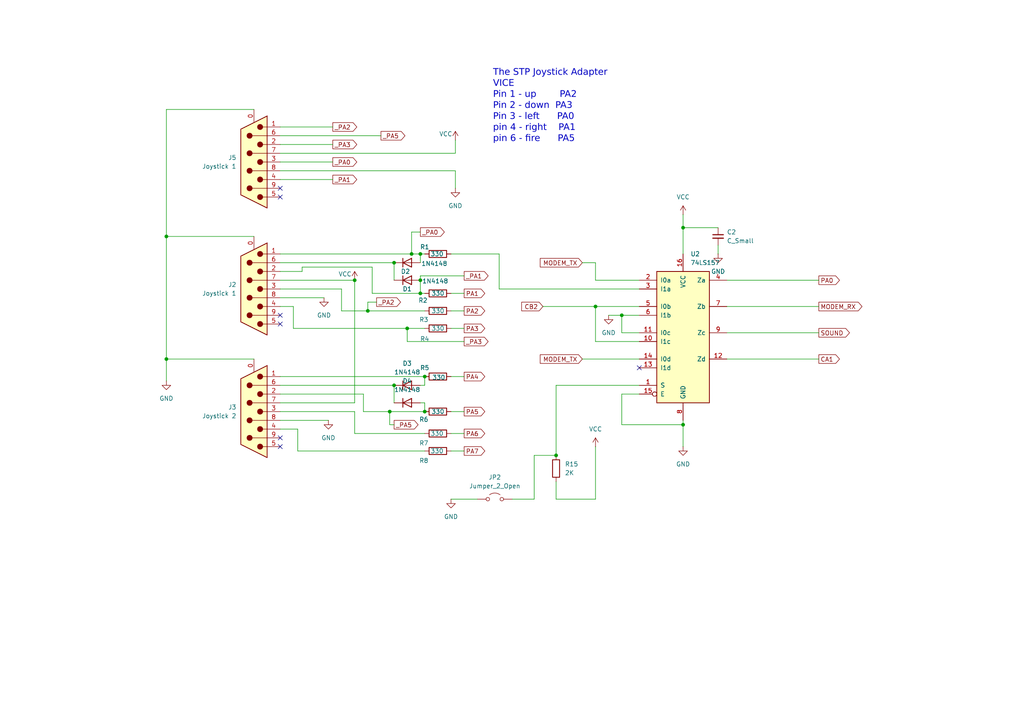
<source format=kicad_sch>
(kicad_sch (version 20250114) (generator "eeschema") (generator_version "9.0")
  (paper "A4")
  (lib_symbols
    (symbol "74xx:74LS157" (pin_names (offset 1.016))
      (property "Reference" "U" (at -7.62 19.05 0))
      (property "Value" "74LS157" (at -7.62 -21.59 0))
      (symbol "74LS157_1_0"
        (pin input line (at -12.7 15.24 0) (length 5.08) (name "I0a") (number "2"))
        (pin input line (at -12.7 12.7 0) (length 5.08) (name "I1a") (number "3"))
        (pin input line (at -12.7 7.62 0) (length 5.08) (name "I0b") (number "5"))
        (pin input line (at -12.7 5.08 0) (length 5.08) (name "I1b") (number "6"))
        (pin input line (at -12.7 0 0) (length 5.08) (name "I0c") (number "11"))
        (pin input line (at -12.7 -2.54 0) (length 5.08) (name "I1c") (number "10"))
        (pin input line (at -12.7 -7.62 0) (length 5.08) (name "I0d") (number "14"))
        (pin input line (at -12.7 -10.16 0) (length 5.08) (name "I1d") (number "13"))
        (pin input line (at -12.7 -15.24 0) (length 5.08) (name "S") (number "1"))
        (pin input inverted (at -12.7 -17.78 0) (length 5.08) (name "E") (number "15"))
        (pin power_in line (at 0 22.86 270) (length 5.08) (name "VCC") (number "16"))
        (pin power_in line (at 0 -25.4 90) (length 5.08) (name "GND") (number "8"))
        (pin output line (at 12.7 15.24 180) (length 5.08) (name "Za") (number "4"))
        (pin output line (at 12.7 7.62 180) (length 5.08) (name "Zb") (number "7"))
        (pin output line (at 12.7 0 180) (length 5.08) (name "Zc") (number "9"))
        (pin output line (at 12.7 -7.62 180) (length 5.08) (name "Zd") (number "12"))
      )
      (symbol "74LS157_1_1"
        (rectangle (start -7.62 17.78) (end 7.62 -20.32) (stroke (width 0.254)) (fill (type background)))
      )
    )
    (symbol "Connector:DE9_Plug_MountingHoles" (pin_names (offset 1.016) (hide yes))
      (property "Reference" "J" (at 0 16.51 0))
      (property "Value" "DE9_Plug_MountingHoles" (at 0 14.605 0))
      (symbol "DE9_Plug_MountingHoles_0_1"
        (polyline (pts (xy -3.81 10.16) (xy -2.54 10.16)))
        (polyline (pts (xy -3.81 7.62) (xy 0.508 7.62)))
        (polyline (pts (xy -3.81 5.08) (xy -2.54 5.08)))
        (polyline (pts (xy -3.81 2.54) (xy 0.508 2.54)))
        (polyline (pts (xy -3.81 0) (xy -2.54 0)))
        (polyline (pts (xy -3.81 -2.54) (xy 0.508 -2.54)))
        (polyline (pts (xy -3.81 -5.08) (xy -2.54 -5.08)))
        (polyline (pts (xy -3.81 -7.62) (xy 0.508 -7.62)))
        (polyline (pts (xy -3.81 -10.16) (xy -2.54 -10.16)))
        (polyline (pts (xy -3.81 -13.335) (xy -3.81 13.335) (xy 3.81 9.525) (xy 3.81 -9.525) (xy -3.81 -13.335)) (stroke (width 0.254)) (fill (type background)))
        (circle (center -1.778 10.16) (radius 0.762) (fill (type outline)))
        (circle (center -1.778 5.08) (radius 0.762) (fill (type outline)))
        (circle (center -1.778 0) (radius 0.762) (fill (type outline)))
        (circle (center -1.778 -5.08) (radius 0.762) (fill (type outline)))
        (circle (center -1.778 -10.16) (radius 0.762) (fill (type outline)))
        (circle (center 1.27 7.62) (radius 0.762) (fill (type outline)))
        (circle (center 1.27 2.54) (radius 0.762) (fill (type outline)))
        (circle (center 1.27 -2.54) (radius 0.762) (fill (type outline)))
        (circle (center 1.27 -7.62) (radius 0.762) (fill (type outline)))
      )
      (symbol "DE9_Plug_MountingHoles_1_1"
        (pin passive line (at -7.62 10.16 0) (length 3.81) (name "5") (number "5"))
        (pin passive line (at -7.62 7.62 0) (length 3.81) (name "9") (number "9"))
        (pin passive line (at -7.62 5.08 0) (length 3.81) (name "4") (number "4"))
        (pin passive line (at -7.62 2.54 0) (length 3.81) (name "8") (number "8"))
        (pin passive line (at -7.62 0 0) (length 3.81) (name "3") (number "3"))
        (pin passive line (at -7.62 -2.54 0) (length 3.81) (name "7") (number "7"))
        (pin passive line (at -7.62 -5.08 0) (length 3.81) (name "2") (number "2"))
        (pin passive line (at -7.62 -7.62 0) (length 3.81) (name "6") (number "6"))
        (pin passive line (at -7.62 -10.16 0) (length 3.81) (name "1") (number "1"))
        (pin passive line (at 0 -15.24 90) (length 3.81) (name "PAD") (number "0"))
      )
    )
    (symbol "Device:C_Small" (pin_numbers (hide yes)) (pin_names (offset 0.254) (hide yes))
      (property "Reference" "C" (at 0.254 1.778 0))
      (property "Value" "C_Small" (at 0.254 -2.032 0))
      (symbol "C_Small_0_1"
        (polyline (pts (xy -1.524 0.508) (xy 1.524 0.508)) (stroke (width 0.3048)))
        (polyline (pts (xy -1.524 -0.508) (xy 1.524 -0.508)) (stroke (width 0.3302)))
      )
      (symbol "C_Small_1_1"
        (pin passive line (at 0 2.54 270) (length 2.032) (name "~") (number "1"))
        (pin passive line (at 0 -2.54 90) (length 2.032) (name "~") (number "2"))
      )
    )
    (symbol "Device:R" (pin_numbers (hide yes)) (pin_names (offset 0))
      (property "Reference" "R" (at 2.032 0 90))
      (property "Value" "R" (at 0 0 90))
      (symbol "R_0_1"
        (rectangle (start -1.016 -2.54) (end 1.016 2.54) (stroke (width 0.254)))
      )
      (symbol "R_1_1"
        (pin passive line (at 0 3.81 270) (length 1.27) (name "~") (number "1"))
        (pin passive line (at 0 -3.81 90) (length 1.27) (name "~") (number "2"))
      )
    )
    (symbol "Diode:1N4148" (pin_numbers (hide yes)) (pin_names (hide yes))
      (property "Reference" "D" (at 0 2.54 0))
      (property "Value" "1N4148" (at 0 -2.54 0))
      (symbol "1N4148_0_1"
        (polyline (pts (xy -1.27 1.27) (xy -1.27 -1.27)) (stroke (width 0.254)))
        (polyline (pts (xy 1.27 1.27) (xy 1.27 -1.27) (xy -1.27 0) (xy 1.27 1.27)) (stroke (width 0.254)))
        (polyline (pts (xy 1.27 0) (xy -1.27 0)))
      )
      (symbol "1N4148_1_1"
        (pin passive line (at -3.81 0 0) (length 2.54) (name "K") (number "1"))
        (pin passive line (at 3.81 0 180) (length 2.54) (name "A") (number "2"))
      )
    )
    (symbol "Jumper:Jumper_2_Open" (pin_numbers (hide yes)) (pin_names (offset 0) (hide yes)) (exclude_from_sim yes)
      (property "Reference" "JP" (at 0 2.794 0))
      (property "Value" "Jumper_2_Open" (at 0 -2.286 0))
      (symbol "Jumper_2_Open_0_0"
        (circle (center -2.032 0) (radius 0.508))
        (circle (center 2.032 0) (radius 0.508))
      )
      (symbol "Jumper_2_Open_0_1"
        (arc (start -1.524 1.27) (mid 0 1.778) (end 1.524 1.27))
      )
      (symbol "Jumper_2_Open_1_1"
        (pin passive line (at -5.08 0 0) (length 2.54) (name "A") (number "1"))
        (pin passive line (at 5.08 0 180) (length 2.54) (name "B") (number "2"))
      )
    )
    (symbol "power:GND" (power) (pin_numbers (hide yes)) (pin_names (offset 0) (hide yes))
      (property "Value" "GND" (at 0 -3.81 0))
      (symbol "GND_0_1"
        (polyline (pts (xy 0 0) (xy 0 -1.27) (xy 1.27 -1.27) (xy 0 -2.54) (xy -1.27 -1.27) (xy 0 -1.27)))
      )
      (symbol "GND_1_1"
        (pin power_in line (at 0 0 270) (length 0) (name "~") (number "1"))
      )
    )
    (symbol "power:VCC" (power) (pin_numbers (hide yes)) (pin_names (offset 0) (hide yes))
      (property "Value" "VCC" (at 0 3.556 0))
      (symbol "VCC_0_1"
        (polyline (pts (xy -0.762 1.27) (xy 0 2.54)))
        (polyline (pts (xy 0 2.54) (xy 0.762 1.27)))
        (polyline (pts (xy 0 0) (xy 0 2.54)))
      )
      (symbol "VCC_1_1"
        (pin power_in line (at 0 0 90) (length 0) (name "~") (number "1"))
      )
    )
  )
  (text "The STP Joystick Adapter\nVICE\nPin 1 - up        PA2\nPin 2 - down  PA3\nPin 3 - left      PA0 \npin 4 - right    PA1\npin 6 - fire      PA5" (at 143.002 31.242 0) (effects (font (size 1.905 1.905)) (justify left)))
  (junction (at 198.12 66.04))
  (junction (at 123.19 109.22))
  (junction (at 102.87 81.28))
  (junction (at 48.26 68.58))
  (junction (at 121.92 85.09))
  (junction (at 119.38 73.66))
  (junction (at 48.26 104.14))
  (junction (at 121.92 73.66))
  (junction (at 106.68 90.17))
  (junction (at 113.03 119.38))
  (junction (at 172.72 88.9))
  (junction (at 114.3 111.76))
  (junction (at 114.3 76.2))
  (junction (at 121.92 81.28))
  (junction (at 123.19 119.38))
  (junction (at 198.12 123.19))
  (junction (at 118.11 95.25))
  (junction (at 180.34 91.44))
  (junction (at 161.29 132.08))
  (no_connect (at 81.28 127))
  (no_connect (at 81.28 129.54))
  (no_connect (at 81.28 91.44))
  (no_connect (at 81.28 93.98))
  (no_connect (at 81.28 57.15))
  (no_connect (at 81.28 54.61))
  (no_connect (at 185.42 106.68))
  (wire (pts (xy 81.28 49.53) (xy 132.08 49.53)))
  (wire (pts (xy 85.09 88.9) (xy 85.09 95.25)))
  (wire (pts (xy 81.28 86.36) (xy 93.98 86.36)))
  (wire (pts (xy 161.29 144.78) (xy 172.72 144.78)))
  (wire (pts (xy 198.12 62.23) (xy 198.12 66.04)))
  (wire (pts (xy 86.36 124.46) (xy 86.36 130.81)))
  (wire (pts (xy 134.62 80.01) (xy 121.92 80.01)))
  (wire (pts (xy 107.95 85.09) (xy 107.95 77.47)))
  (wire (pts (xy 106.68 90.17) (xy 123.19 90.17)))
  (wire (pts (xy 48.26 68.58) (xy 48.26 104.14)))
  (wire (pts (xy 107.95 85.09) (xy 121.92 85.09)))
  (wire (pts (xy 102.87 119.38) (xy 102.87 125.73)))
  (wire (pts (xy 172.72 88.9) (xy 172.72 99.06)))
  (wire (pts (xy 81.28 111.76) (xy 114.3 111.76)))
  (wire (pts (xy 198.12 66.04) (xy 208.28 66.04)))
  (wire (pts (xy 123.19 111.76) (xy 123.19 109.22)))
  (wire (pts (xy 172.72 99.06) (xy 185.42 99.06)))
  (wire (pts (xy 119.38 73.66) (xy 121.92 73.66)))
  (wire (pts (xy 121.92 73.66) (xy 121.92 76.2)))
  (wire (pts (xy 134.62 99.06) (xy 118.11 99.06)))
  (wire (pts (xy 210.82 104.14) (xy 237.49 104.14)))
  (wire (pts (xy 121.92 81.28) (xy 121.92 85.09)))
  (wire (pts (xy 102.87 116.84) (xy 102.87 81.28)))
  (wire (pts (xy 81.28 39.37) (xy 110.49 39.37)))
  (wire (pts (xy 81.28 73.66) (xy 119.38 73.66)))
  (wire (pts (xy 99.06 83.82) (xy 99.06 90.17)))
  (wire (pts (xy 81.28 116.84) (xy 102.87 116.84)))
  (wire (pts (xy 157.48 88.9) (xy 172.72 88.9)))
  (wire (pts (xy 48.26 104.14) (xy 48.26 110.49)))
  (wire (pts (xy 161.29 111.76) (xy 185.42 111.76)))
  (wire (pts (xy 130.81 109.22) (xy 134.62 109.22)))
  (wire (pts (xy 121.92 85.09) (xy 123.19 85.09)))
  (wire (pts (xy 81.28 121.92) (xy 95.25 121.92)))
  (wire (pts (xy 121.92 111.76) (xy 123.19 111.76)))
  (wire (pts (xy 81.28 109.22) (xy 123.19 109.22)))
  (wire (pts (xy 121.92 80.01) (xy 121.92 81.28)))
  (wire (pts (xy 172.72 81.28) (xy 172.72 76.2)))
  (wire (pts (xy 114.3 76.2) (xy 114.3 81.28)))
  (wire (pts (xy 81.28 114.3) (xy 105.41 114.3)))
  (wire (pts (xy 99.06 90.17) (xy 106.68 90.17)))
  (wire (pts (xy 123.19 116.84) (xy 123.19 119.38)))
  (wire (pts (xy 81.28 119.38) (xy 102.87 119.38)))
  (wire (pts (xy 113.03 119.38) (xy 123.19 119.38)))
  (wire (pts (xy 161.29 111.76) (xy 161.29 132.08)))
  (wire (pts (xy 118.11 99.06) (xy 118.11 95.25)))
  (wire (pts (xy 210.82 96.52) (xy 237.49 96.52)))
  (wire (pts (xy 81.28 41.91) (xy 96.52 41.91)))
  (wire (pts (xy 87.63 78.74) (xy 81.28 78.74)))
  (wire (pts (xy 168.91 104.14) (xy 185.42 104.14)))
  (wire (pts (xy 144.78 73.66) (xy 130.81 73.66)))
  (wire (pts (xy 113.03 123.19) (xy 113.03 119.38)))
  (wire (pts (xy 185.42 81.28) (xy 172.72 81.28)))
  (wire (pts (xy 119.38 67.31) (xy 119.38 73.66)))
  (wire (pts (xy 114.3 111.76) (xy 114.3 116.84)))
  (wire (pts (xy 81.28 52.07) (xy 96.52 52.07)))
  (wire (pts (xy 130.81 130.81) (xy 134.62 130.81)))
  (wire (pts (xy 114.3 123.19) (xy 113.03 123.19)))
  (wire (pts (xy 73.66 68.58) (xy 48.26 68.58)))
  (wire (pts (xy 180.34 91.44) (xy 180.34 96.52)))
  (wire (pts (xy 210.82 81.28) (xy 237.49 81.28)))
  (wire (pts (xy 105.41 119.38) (xy 113.03 119.38)))
  (wire (pts (xy 198.12 123.19) (xy 198.12 129.54)))
  (wire (pts (xy 121.92 73.66) (xy 123.19 73.66)))
  (wire (pts (xy 85.09 95.25) (xy 118.11 95.25)))
  (wire (pts (xy 48.26 31.75) (xy 48.26 68.58)))
  (wire (pts (xy 130.81 90.17) (xy 134.62 90.17)))
  (wire (pts (xy 81.28 76.2) (xy 114.3 76.2)))
  (wire (pts (xy 81.28 124.46) (xy 86.36 124.46)))
  (wire (pts (xy 87.63 77.47) (xy 87.63 78.74)))
  (wire (pts (xy 85.09 88.9) (xy 81.28 88.9)))
  (wire (pts (xy 185.42 88.9) (xy 172.72 88.9)))
  (wire (pts (xy 87.63 77.47) (xy 107.95 77.47)))
  (wire (pts (xy 86.36 130.81) (xy 123.19 130.81)))
  (wire (pts (xy 168.91 76.2) (xy 172.72 76.2)))
  (wire (pts (xy 121.92 116.84) (xy 123.19 116.84)))
  (wire (pts (xy 185.42 83.82) (xy 144.78 83.82)))
  (wire (pts (xy 106.68 87.63) (xy 106.68 90.17)))
  (wire (pts (xy 154.94 144.78) (xy 154.94 132.08)))
  (wire (pts (xy 132.08 49.53) (xy 132.08 54.61)))
  (wire (pts (xy 161.29 139.7) (xy 161.29 144.78)))
  (wire (pts (xy 180.34 123.19) (xy 198.12 123.19)))
  (wire (pts (xy 210.82 88.9) (xy 237.49 88.9)))
  (wire (pts (xy 185.42 91.44) (xy 180.34 91.44)))
  (wire (pts (xy 180.34 114.3) (xy 180.34 123.19)))
  (wire (pts (xy 148.59 144.78) (xy 154.94 144.78)))
  (wire (pts (xy 81.28 36.83) (xy 96.52 36.83)))
  (wire (pts (xy 154.94 132.08) (xy 161.29 132.08)))
  (wire (pts (xy 180.34 96.52) (xy 185.42 96.52)))
  (wire (pts (xy 130.81 125.73) (xy 134.62 125.73)))
  (wire (pts (xy 172.72 129.54) (xy 172.72 144.78)))
  (wire (pts (xy 73.66 31.75) (xy 48.26 31.75)))
  (wire (pts (xy 81.28 44.45) (xy 132.08 44.45)))
  (wire (pts (xy 198.12 121.92) (xy 198.12 123.19)))
  (wire (pts (xy 130.81 85.09) (xy 134.62 85.09)))
  (wire (pts (xy 102.87 125.73) (xy 123.19 125.73)))
  (wire (pts (xy 81.28 83.82) (xy 99.06 83.82)))
  (wire (pts (xy 105.41 114.3) (xy 105.41 119.38)))
  (wire (pts (xy 130.81 95.25) (xy 134.62 95.25)))
  (wire (pts (xy 176.53 91.44) (xy 180.34 91.44)))
  (wire (pts (xy 109.22 87.63) (xy 106.68 87.63)))
  (wire (pts (xy 208.28 71.12) (xy 208.28 73.66)))
  (wire (pts (xy 102.87 81.28) (xy 81.28 81.28)))
  (wire (pts (xy 81.28 46.99) (xy 96.52 46.99)))
  (wire (pts (xy 48.26 104.14) (xy 73.66 104.14)))
  (wire (pts (xy 132.08 40.64) (xy 132.08 44.45)))
  (wire (pts (xy 185.42 114.3) (xy 180.34 114.3)))
  (wire (pts (xy 138.43 144.78) (xy 130.81 144.78)))
  (wire (pts (xy 118.11 95.25) (xy 123.19 95.25)))
  (wire (pts (xy 198.12 66.04) (xy 198.12 73.66)))
  (wire (pts (xy 144.78 83.82) (xy 144.78 73.66)))
  (wire (pts (xy 119.38 67.31) (xy 121.92 67.31)))
  (wire (pts (xy 130.81 119.38) (xy 134.62 119.38)))
  (global_label "PA7" (shape output) (at 134.62 130.81 0) (property "Intersheetrefs" "${INTERSHEET_REFS}" (effects (hide yes))))
  (global_label "PA4" (shape output) (at 134.62 109.22 0) (property "Intersheetrefs" "${INTERSHEET_REFS}" (effects (hide yes))))
  (global_label "PA2" (shape output) (at 134.62 90.17 0) (property "Intersheetrefs" "${INTERSHEET_REFS}" (effects (hide yes))))
  (global_label "_PA0" (shape output) (at 121.92 67.31 0) (property "Intersheetrefs" "${INTERSHEET_REFS}" (effects (hide yes))))
  (global_label "_PA3" (shape output) (at 134.62 99.06 0) (property "Intersheetrefs" "${INTERSHEET_REFS}" (effects (hide yes))))
  (global_label "PA1" (shape output) (at 134.62 85.09 0) (property "Intersheetrefs" "${INTERSHEET_REFS}" (effects (hide yes))))
  (global_label "_PA0" (shape output) (at 96.52 46.99 0) (property "Intersheetrefs" "${INTERSHEET_REFS}" (effects (hide yes))))
  (global_label "PA0" (shape output) (at 237.49 81.28 0) (property "Intersheetrefs" "${INTERSHEET_REFS}" (effects (hide yes))))
  (global_label "_PA2" (shape output) (at 109.22 87.63 0) (property "Intersheetrefs" "${INTERSHEET_REFS}" (effects (hide yes))))
  (global_label "MODEM_TX" (shape input) (at 168.91 104.14 180) (property "Intersheetrefs" "${INTERSHEET_REFS}" (effects (hide yes))))
  (global_label "PA3" (shape output) (at 134.62 95.25 0) (property "Intersheetrefs" "${INTERSHEET_REFS}" (effects (hide yes))))
  (global_label "_PA3" (shape output) (at 96.52 41.91 0) (property "Intersheetrefs" "${INTERSHEET_REFS}" (effects (hide yes))))
  (global_label "_PA1" (shape output) (at 134.62 80.01 0) (property "Intersheetrefs" "${INTERSHEET_REFS}" (effects (hide yes))))
  (global_label "PA5" (shape output) (at 134.62 119.38 0) (property "Intersheetrefs" "${INTERSHEET_REFS}" (effects (hide yes))))
  (global_label "CB2" (shape input) (at 157.48 88.9 180) (property "Intersheetrefs" "${INTERSHEET_REFS}" (effects (hide yes))))
  (global_label "MODEM_RX" (shape output) (at 237.49 88.9 0) (property "Intersheetrefs" "${INTERSHEET_REFS}" (effects (hide yes))))
  (global_label "_PA1" (shape output) (at 96.52 52.07 0) (property "Intersheetrefs" "${INTERSHEET_REFS}" (effects (hide yes))))
  (global_label "_PA2" (shape output) (at 96.52 36.83 0) (property "Intersheetrefs" "${INTERSHEET_REFS}" (effects (hide yes))))
  (global_label "_PA5" (shape output) (at 110.49 39.37 0) (property "Intersheetrefs" "${INTERSHEET_REFS}" (effects (hide yes))))
  (global_label "MODEM_TX" (shape input) (at 168.91 76.2 180) (property "Intersheetrefs" "${INTERSHEET_REFS}" (effects (hide yes))))
  (global_label "_PA5" (shape output) (at 114.3 123.19 0) (property "Intersheetrefs" "${INTERSHEET_REFS}" (effects (hide yes))))
  (global_label "PA6" (shape output) (at 134.62 125.73 0) (property "Intersheetrefs" "${INTERSHEET_REFS}" (effects (hide yes))))
  (global_label "CA1" (shape output) (at 237.49 104.14 0) (property "Intersheetrefs" "${INTERSHEET_REFS}" (effects (hide yes))))
  (global_label "SOUND" (shape output) (at 237.49 96.52 0) (property "Intersheetrefs" "${INTERSHEET_REFS}" (effects (hide yes))))
  (symbol (lib_id "Diode:1N4148") (at 118.11 76.2 0) (unit 1)
    (property "Reference" "D2" (at 117.602 78.74 0))
    (property "Value" "1N4148" (at 125.984 76.454 0))
    (property "Footprint" "Diode_THT:D_DO-35_SOD27_P7.62mm_Horizontal" (effects (hide yes)))
    (property "Datasheet" "https://assets.nexperia.com/documents/data-sheet/1N4148_1N4448.pdf" (effects (hide yes)))
    (property "Description" "100V 0.15A standard switching diode, DO-35" (effects (hide yes)))
    (property "Sim.Device" "D" (effects (hide yes)))
    (property "Sim.Pins" "1=K 2=A" (effects (hide yes)))
  )
  (symbol (lib_id "power:GND") (at 95.25 121.92 0) (unit 1)
    (property "Reference" "#PWR011" (effects (hide yes)))
    (property "Value" "GND" (at 95.25 127 0))
    (property "Description" "Power symbol creates a global label with name \"GND\" , ground" (effects (hide yes)))
  )
  (symbol (lib_id "Connector:DE9_Plug_MountingHoles") (at 73.66 83.82 180) (unit 1)
    (property "Reference" "J2" (at 68.58 82.5499 0) (effects (justify left)))
    (property "Value" "Joystick 1" (at 68.58 85.0899 0) (effects (justify left)))
    (property "Footprint" "Connector_Dsub:DSUB-9_Male_Horizontal_P2.77x2.84mm_EdgePinOffset4.94mm_Housed_MountingHolesOffset4.94mm" (effects (hide yes)))
    (property "Description" "9-pin male plug pin D-SUB connector, Mounting Hole" (effects (hide yes)))
  )
  (symbol (lib_id "Device:R") (at 127 85.09 90) (unit 1)
    (property "Reference" "R2" (at 122.682 87.122 90))
    (property "Value" "330" (at 127 85.09 90))
    (property "Footprint" "Resistor_SMD:R_0805_2012Metric" (effects (hide yes)))
    (property "Description" "Resistor" (effects (hide yes)))
  )
  (symbol (lib_id "Device:R") (at 161.29 135.89 180) (unit 1)
    (property "Reference" "R15" (at 163.83 134.6199 0) (effects (justify right)))
    (property "Value" "2K" (at 163.83 137.1599 0) (effects (justify right)))
    (property "Footprint" "Resistor_SMD:R_0805_2012Metric" (effects (hide yes)))
    (property "Description" "Resistor" (effects (hide yes)))
  )
  (symbol (lib_id "power:GND") (at 132.08 54.61 0) (unit 1)
    (property "Reference" "#PWR023" (effects (hide yes)))
    (property "Value" "GND" (at 132.08 59.69 0))
    (property "Description" "Power symbol creates a global label with name \"GND\" , ground" (effects (hide yes)))
  )
  (symbol (lib_id "Device:R") (at 127 90.17 90) (unit 1)
    (property "Reference" "R3" (at 122.936 92.71 90))
    (property "Value" "330" (at 127 90.17 90))
    (property "Footprint" "Resistor_SMD:R_0805_2012Metric" (effects (hide yes)))
    (property "Description" "Resistor" (effects (hide yes)))
  )
  (symbol (lib_id "Device:C_Small") (at 208.28 68.58 0) (unit 1)
    (property "Reference" "C2" (at 210.82 67.3162 0) (effects (justify left)))
    (property "Value" "C_Small" (at 210.82 69.8562 0) (effects (justify left)))
    (property "Footprint" "Capacitor_THT:C_Disc_D3.0mm_W1.6mm_P2.50mm" (effects (hide yes)))
    (property "Description" "Unpolarized capacitor, small symbol" (effects (hide yes)))
  )
  (symbol (lib_id "power:VCC") (at 132.08 40.64 0) (unit 1)
    (property "Reference" "#PWR024" (effects (hide yes)))
    (property "Value" "VCC" (at 129.286 38.862 0))
    (property "Description" "Power symbol creates a global label with name \"VCC\"" (effects (hide yes)))
  )
  (symbol (lib_id "Device:R") (at 127 125.73 90) (unit 1)
    (property "Reference" "R7" (at 122.936 128.524 90))
    (property "Value" "330" (at 126.746 125.73 90))
    (property "Footprint" "Resistor_SMD:R_0805_2012Metric" (effects (hide yes)))
    (property "Description" "Resistor" (effects (hide yes)))
  )
  (symbol (lib_id "power:GND") (at 130.81 144.78 0) (unit 1)
    (property "Reference" "#PWR09" (effects (hide yes)))
    (property "Value" "GND" (at 130.81 149.86 0))
    (property "Description" "Power symbol creates a global label with name \"GND\" , ground" (effects (hide yes)))
  )
  (symbol (lib_id "Device:R") (at 127 130.81 90) (unit 1)
    (property "Reference" "R8" (at 122.936 133.604 90))
    (property "Value" "330" (at 126.746 130.81 90))
    (property "Footprint" "Resistor_SMD:R_0805_2012Metric" (effects (hide yes)))
    (property "Description" "Resistor" (effects (hide yes)))
  )
  (symbol (lib_id "74xx:74LS157") (at 198.12 96.52 0) (unit 1)
    (property "Reference" "U2" (at 200.2633 73.66 0) (effects (justify left)))
    (property "Value" "74LS157" (at 200.2633 76.2 0) (effects (justify left)))
    (property "Footprint" "Package_DIP:DIP-16_W7.62mm" (effects (hide yes)))
    (property "Datasheet" "http://www.ti.com/lit/gpn/sn74LS157" (effects (hide yes)))
    (property "Description" "Quad 2 to 1 line Multiplexer" (effects (hide yes)))
  )
  (symbol (lib_id "Diode:1N4148") (at 118.11 116.84 0) (unit 1)
    (property "Reference" "D4" (at 118.11 110.49 0))
    (property "Value" "1N4148" (at 118.11 113.03 0))
    (property "Footprint" "Diode_THT:D_DO-35_SOD27_P7.62mm_Horizontal" (effects (hide yes)))
    (property "Datasheet" "https://assets.nexperia.com/documents/data-sheet/1N4148_1N4448.pdf" (effects (hide yes)))
    (property "Description" "100V 0.15A standard switching diode, DO-35" (effects (hide yes)))
    (property "Sim.Device" "D" (effects (hide yes)))
    (property "Sim.Pins" "1=K 2=A" (effects (hide yes)))
  )
  (symbol (lib_id "Device:R") (at 127 119.38 90) (unit 1)
    (property "Reference" "R6" (at 122.936 121.666 90))
    (property "Value" "330" (at 127 119.38 90))
    (property "Footprint" "Resistor_SMD:R_0805_2012Metric" (effects (hide yes)))
    (property "Description" "Resistor" (effects (hide yes)))
  )
  (symbol (lib_id "power:VCC") (at 102.87 81.28 0) (unit 1)
    (property "Reference" "#PWR06" (effects (hide yes)))
    (property "Value" "VCC" (at 100.076 79.502 0))
    (property "Description" "Power symbol creates a global label with name \"VCC\"" (effects (hide yes)))
  )
  (symbol (lib_id "power:VCC") (at 198.12 62.23 0) (unit 1)
    (property "Reference" "#PWR013" (effects (hide yes)))
    (property "Value" "VCC" (at 198.12 57.15 0))
    (property "Description" "Power symbol creates a global label with name \"VCC\"" (effects (hide yes)))
  )
  (symbol (lib_id "Device:R") (at 127 73.66 90) (unit 1)
    (property "Reference" "R1" (at 123.19 71.628 90))
    (property "Value" "330" (at 126.746 73.66 90))
    (property "Footprint" "Resistor_SMD:R_0805_2012Metric" (effects (hide yes)))
    (property "Description" "Resistor" (effects (hide yes)))
  )
  (symbol (lib_id "Diode:1N4148") (at 118.11 81.28 0) (unit 1)
    (property "Reference" "D1" (at 118.11 83.82 0))
    (property "Value" "1N4148" (at 126.238 81.534 0))
    (property "Footprint" "Diode_THT:D_DO-35_SOD27_P7.62mm_Horizontal" (effects (hide yes)))
    (property "Datasheet" "https://assets.nexperia.com/documents/data-sheet/1N4148_1N4448.pdf" (effects (hide yes)))
    (property "Description" "100V 0.15A standard switching diode, DO-35" (effects (hide yes)))
    (property "Sim.Device" "D" (effects (hide yes)))
    (property "Sim.Pins" "1=K 2=A" (effects (hide yes)))
  )
  (symbol (lib_id "Jumper:Jumper_2_Open") (at 143.51 144.78 0) (unit 1) (exclude_from_sim yes)
    (property "Reference" "JP2" (at 143.51 138.43 0))
    (property "Value" "Jumper_2_Open" (at 143.51 140.97 0))
    (property "Footprint" "TestPoint:TestPoint_2Pads_Pitch2.54mm_Drill0.8mm" (effects (hide yes)))
    (property "Description" "Jumper, 2-pole, open" (effects (hide yes)))
  )
  (symbol (lib_id "Diode:1N4148") (at 118.11 111.76 0) (unit 1)
    (property "Reference" "D3" (at 118.11 105.41 0))
    (property "Value" "1N4148" (at 118.11 107.95 0))
    (property "Footprint" "Diode_THT:D_DO-35_SOD27_P7.62mm_Horizontal" (effects (hide yes)))
    (property "Datasheet" "https://assets.nexperia.com/documents/data-sheet/1N4148_1N4448.pdf" (effects (hide yes)))
    (property "Description" "100V 0.15A standard switching diode, DO-35" (effects (hide yes)))
    (property "Sim.Device" "D" (effects (hide yes)))
    (property "Sim.Pins" "1=K 2=A" (effects (hide yes)))
  )
  (symbol (lib_id "power:GND") (at 208.28 73.66 0) (unit 1)
    (property "Reference" "#PWR07" (effects (hide yes)))
    (property "Value" "GND" (at 208.28 78.74 0))
    (property "Description" "Power symbol creates a global label with name \"GND\" , ground" (effects (hide yes)))
  )
  (symbol (lib_id "Connector:DE9_Plug_MountingHoles") (at 73.66 119.38 180) (unit 1)
    (property "Reference" "J3" (at 68.58 118.1099 0) (effects (justify left)))
    (property "Value" "Joystick 2" (at 68.58 120.6499 0) (effects (justify left)))
    (property "Footprint" "Connector_Dsub:DSUB-9_Male_Horizontal_P2.77x2.84mm_EdgePinOffset4.94mm_Housed_MountingHolesOffset4.94mm" (effects (hide yes)))
    (property "Description" "9-pin male plug pin D-SUB connector, Mounting Hole" (effects (hide yes)))
  )
  (symbol (lib_id "power:GND") (at 48.26 110.49 0) (unit 1)
    (property "Reference" "#PWR012" (effects (hide yes)))
    (property "Value" "GND" (at 48.26 115.57 0))
    (property "Description" "Power symbol creates a global label with name \"GND\" , ground" (effects (hide yes)))
  )
  (symbol (lib_id "Connector:DE9_Plug_MountingHoles") (at 73.66 46.99 180) (unit 1)
    (property "Reference" "J5" (at 68.58 45.7199 0) (effects (justify left)))
    (property "Value" "Joystick 1" (at 68.58 48.2599 0) (effects (justify left)))
    (property "Footprint" "Connector_Dsub:DSUB-9_Female_Vertical_P2.77x2.84mm_MountingHoles" (effects (hide yes)))
    (property "Description" "9-pin male plug pin D-SUB connector, Mounting Hole" (effects (hide yes)))
  )
  (symbol (lib_id "power:GND") (at 198.12 129.54 0) (unit 1)
    (property "Reference" "#PWR03" (effects (hide yes)))
    (property "Value" "GND" (at 198.12 134.62 0))
    (property "Description" "Power symbol creates a global label with name \"GND\" , ground" (effects (hide yes)))
  )
  (symbol (lib_id "Device:R") (at 127 109.22 90) (unit 1)
    (property "Reference" "R5" (at 123.19 106.68 90))
    (property "Value" "330" (at 127.254 109.474 90))
    (property "Footprint" "Resistor_SMD:R_0805_2012Metric" (effects (hide yes)))
    (property "Description" "Resistor" (effects (hide yes)))
  )
  (symbol (lib_id "power:GND") (at 176.53 91.44 0) (unit 1)
    (property "Reference" "#PWR02" (effects (hide yes)))
    (property "Value" "GND" (at 176.53 96.52 0))
    (property "Description" "Power symbol creates a global label with name \"GND\" , ground" (effects (hide yes)))
  )
  (symbol (lib_id "power:VCC") (at 172.72 129.54 0) (unit 1)
    (property "Reference" "#PWR08" (effects (hide yes)))
    (property "Value" "VCC" (at 172.72 124.46 0))
    (property "Description" "Power symbol creates a global label with name \"VCC\"" (effects (hide yes)))
  )
  (symbol (lib_id "power:GND") (at 93.98 86.36 0) (unit 1)
    (property "Reference" "#PWR010" (effects (hide yes)))
    (property "Value" "GND" (at 93.98 91.44 0))
    (property "Description" "Power symbol creates a global label with name \"GND\" , ground" (effects (hide yes)))
  )
  (symbol (lib_id "Device:R") (at 127 95.25 90) (unit 1)
    (property "Reference" "R4" (at 123.19 98.298 90))
    (property "Value" "330" (at 127 95.25 90))
    (property "Footprint" "Resistor_SMD:R_0805_2012Metric" (effects (hide yes)))
    (property "Description" "Resistor" (effects (hide yes)))
  )
)
</source>
